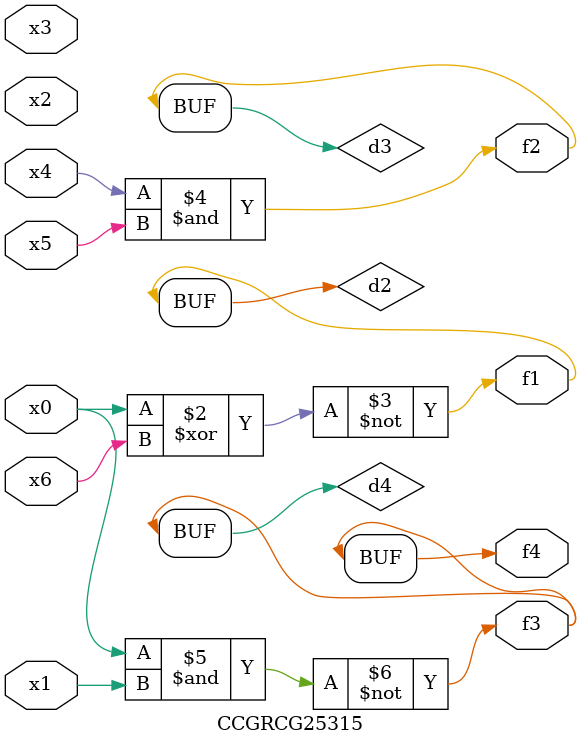
<source format=v>
module CCGRCG25315(
	input x0, x1, x2, x3, x4, x5, x6,
	output f1, f2, f3, f4
);

	wire d1, d2, d3, d4;

	nor (d1, x0);
	xnor (d2, x0, x6);
	and (d3, x4, x5);
	nand (d4, x0, x1);
	assign f1 = d2;
	assign f2 = d3;
	assign f3 = d4;
	assign f4 = d4;
endmodule

</source>
